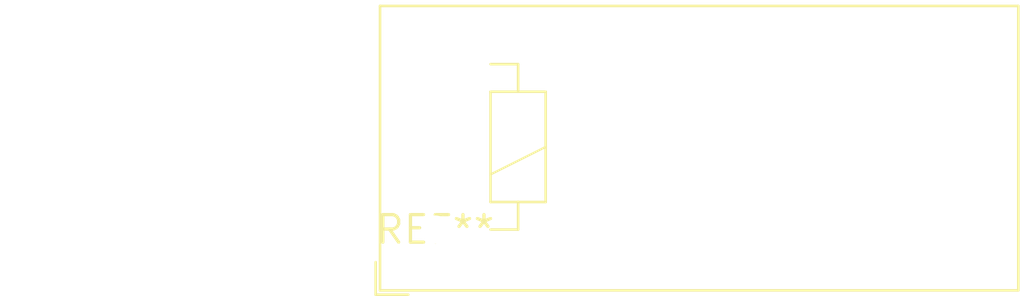
<source format=kicad_pcb>
(kicad_pcb (version 20240108) (generator pcbnew)
  (layers (0 "F.Cu" signal) (31 "B.Cu" signal) (34 "B.Paste" user) (35 "F.Paste" user) (36 "B.SilkS" user "B.Silkscreen") (37 "F.SilkS" user "F.Silkscreen") (38 "B.Mask" user) (39 "F.Mask" user) (44 "Edge.Cuts" user))
  (net 0 "")
  (footprint "Relay_SPST_Schrack-RT1-FormA_RM5mm" (layer "F.Cu") (at 0 0)
    (property "Reference" "REF**")
    (property "Value" "Relay_SPST_Schrack-RT1-FormA_RM5mm")
    (fp_line (start -2.75 1.5) (end -2.75 3) (layer "F.SilkS") (stroke (width 0.12)))
    (fp_line (start -2.75 3) (end -1.25 3) (layer "F.SilkS") (stroke (width 0.12)))
    (fp_line (start -2.55 -10.3) (end -2.55 2.8) (layer "F.SilkS") (stroke (width 0.12)))
    (fp_line (start -2.55 2.8) (end 26.85 2.8) (layer "F.SilkS") (stroke (width 0.12)))
    (fp_line (start 2.54 -6.35) (end 2.54 -1.27) (layer "F.SilkS") (stroke (width 0.12)))
    (fp_line (start 2.54 -2.54) (end 5.08 -3.81) (layer "F.SilkS") (stroke (width 0.1)))
    (fp_line (start 2.54 -1.27) (end 3.81 -1.27) (layer "F.SilkS") (stroke (width 0.12)))
    (fp_line (start 2.54 0) (end 3.81 0) (layer "F.SilkS") (stroke (width 0.12)))
    (fp_line (start 3.81 -7.62) (end 2.54 -7.62) (layer "F.SilkS") (stroke (width 0.12)))
    (fp_line (start 3.81 -6.35) (end 3.81 -7.62) (layer "F.SilkS") (stroke (width 0.12)))
    (fp_line (start 3.81 -1.27) (end 5.08 -1.27) (layer "F.SilkS") (stroke (width 0.12)))
    (fp_line (start 3.81 0) (end 3.81 -1.27) (layer "F.SilkS") (stroke (width 0.12)))
    (fp_line (start 5.08 -6.35) (end 2.54 -6.35) (layer "F.SilkS") (stroke (width 0.12)))
    (fp_line (start 5.08 -1.27) (end 5.08 -6.35) (layer "F.SilkS") (stroke (width 0.12)))
    (fp_line (start 26.85 -10.3) (end -2.55 -10.3) (layer "F.SilkS") (stroke (width 0.12)))
    (fp_line (start 26.85 2.8) (end 26.85 -10.3) (layer "F.SilkS") (stroke (width 0.12)))
    (pad "11" thru_hole oval (at 20.3 -7.5 180) (size 2 3) (drill 1.3) (layers *.Cu *.Mask) (remove_unused_layers))
    (pad "14" thru_hole oval (at 25.34 0 180) (size 2 3) (drill 1.3) (layers *.Cu *.Mask) (remove_unused_layers))
    (pad "A1" thru_hole rect (at 0 0 180) (size 3 2) (drill 1.3) (layers *.Cu *.Mask) (remove_unused_layers))
    (pad "A2" thru_hole oval (at 0 -7.5 180) (size 3 2) (drill 1.3) (layers *.Cu *.Mask) (remove_unused_layers))
  )
)
</source>
